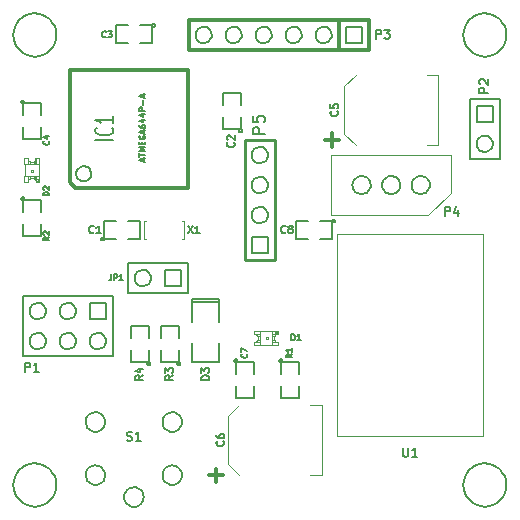
<source format=gto>
G04 (created by PCBNEW-RS274X (2011-nov-30)-testing) date Tue 24 Jan 2012 06:26:41 PM EST*
G01*
G70*
G90*
%MOIN*%
G04 Gerber Fmt 3.4, Leading zero omitted, Abs format*
%FSLAX34Y34*%
G04 APERTURE LIST*
%ADD10C,0.006000*%
%ADD11C,0.003900*%
%ADD12C,0.002600*%
%ADD13C,0.004000*%
%ADD14C,0.002000*%
%ADD15C,0.012000*%
%ADD16C,0.008000*%
%ADD17C,0.005000*%
%ADD18C,0.010000*%
%ADD19C,0.006300*%
%ADD20C,0.007500*%
G04 APERTURE END LIST*
G54D10*
G54D11*
X63075Y-64181D02*
X62681Y-64181D01*
X62681Y-61819D02*
X63075Y-61819D01*
X63075Y-64181D02*
X63075Y-61819D01*
X60319Y-64181D02*
X59925Y-63787D01*
X59925Y-63787D02*
X59925Y-62213D01*
X59925Y-62213D02*
X60319Y-61819D01*
X66950Y-53181D02*
X66556Y-53181D01*
X66556Y-50819D02*
X66950Y-50819D01*
X66950Y-53181D02*
X66950Y-50819D01*
X64194Y-53181D02*
X63800Y-52787D01*
X63800Y-52787D02*
X63800Y-51213D01*
X63800Y-51213D02*
X64194Y-50819D01*
X63387Y-55504D02*
X66615Y-55504D01*
X67363Y-53496D02*
X67363Y-54756D01*
X67363Y-54756D02*
X66615Y-55504D01*
X63387Y-55504D02*
X63387Y-53496D01*
X63387Y-53496D02*
X67363Y-53496D01*
G54D12*
X61396Y-59718D02*
X61396Y-59846D01*
X61396Y-59846D02*
X61593Y-59846D01*
X61593Y-59718D02*
X61593Y-59846D01*
X61396Y-59718D02*
X61593Y-59718D01*
X61396Y-59473D02*
X61396Y-59532D01*
X61396Y-59532D02*
X61495Y-59532D01*
X61495Y-59473D02*
X61495Y-59532D01*
X61396Y-59473D02*
X61495Y-59473D01*
X61396Y-59668D02*
X61396Y-59727D01*
X61396Y-59727D02*
X61495Y-59727D01*
X61495Y-59668D02*
X61495Y-59727D01*
X61396Y-59668D02*
X61495Y-59668D01*
X61396Y-59522D02*
X61396Y-59678D01*
X61396Y-59678D02*
X61465Y-59678D01*
X61465Y-59522D02*
X61465Y-59678D01*
X61396Y-59522D02*
X61465Y-59522D01*
X60807Y-59718D02*
X60807Y-59846D01*
X60807Y-59846D02*
X61004Y-59846D01*
X61004Y-59718D02*
X61004Y-59846D01*
X60807Y-59718D02*
X61004Y-59718D01*
X60807Y-59354D02*
X60807Y-59482D01*
X60807Y-59482D02*
X61004Y-59482D01*
X61004Y-59354D02*
X61004Y-59482D01*
X60807Y-59354D02*
X61004Y-59354D01*
X60905Y-59668D02*
X60905Y-59727D01*
X60905Y-59727D02*
X61004Y-59727D01*
X61004Y-59668D02*
X61004Y-59727D01*
X60905Y-59668D02*
X61004Y-59668D01*
X60905Y-59473D02*
X60905Y-59532D01*
X60905Y-59532D02*
X61004Y-59532D01*
X61004Y-59473D02*
X61004Y-59532D01*
X60905Y-59473D02*
X61004Y-59473D01*
X60935Y-59522D02*
X60935Y-59678D01*
X60935Y-59678D02*
X61004Y-59678D01*
X61004Y-59522D02*
X61004Y-59678D01*
X60935Y-59522D02*
X61004Y-59522D01*
X61200Y-59561D02*
X61200Y-59639D01*
X61200Y-59639D02*
X61278Y-59639D01*
X61278Y-59561D02*
X61278Y-59639D01*
X61200Y-59561D02*
X61278Y-59561D01*
X61396Y-59364D02*
X61396Y-59482D01*
X61396Y-59482D02*
X61514Y-59482D01*
X61514Y-59364D02*
X61514Y-59482D01*
X61396Y-59364D02*
X61514Y-59364D01*
X61564Y-59354D02*
X61564Y-59443D01*
X61564Y-59443D02*
X61593Y-59443D01*
X61593Y-59354D02*
X61593Y-59443D01*
X61564Y-59354D02*
X61593Y-59354D01*
G54D13*
X61406Y-59826D02*
X60994Y-59826D01*
X61004Y-59374D02*
X61564Y-59374D01*
G54D14*
X61562Y-59423D02*
X61561Y-59428D01*
X61559Y-59433D01*
X61557Y-59438D01*
X61553Y-59442D01*
X61549Y-59446D01*
X61544Y-59448D01*
X61539Y-59450D01*
X61534Y-59450D01*
X61529Y-59450D01*
X61524Y-59448D01*
X61519Y-59446D01*
X61515Y-59443D01*
X61511Y-59438D01*
X61509Y-59434D01*
X61507Y-59428D01*
X61507Y-59423D01*
X61507Y-59418D01*
X61508Y-59413D01*
X61511Y-59408D01*
X61514Y-59404D01*
X61519Y-59401D01*
X61523Y-59398D01*
X61528Y-59396D01*
X61534Y-59396D01*
X61538Y-59396D01*
X61544Y-59397D01*
X61549Y-59400D01*
X61553Y-59403D01*
X61556Y-59407D01*
X61559Y-59412D01*
X61561Y-59417D01*
X61561Y-59423D01*
X61562Y-59423D01*
G54D13*
X61593Y-59463D02*
X61582Y-59464D01*
X61570Y-59466D01*
X61558Y-59468D01*
X61547Y-59472D01*
X61536Y-59476D01*
X61525Y-59482D01*
X61515Y-59488D01*
X61505Y-59496D01*
X61497Y-59504D01*
X61489Y-59512D01*
X61481Y-59522D01*
X61475Y-59532D01*
X61469Y-59543D01*
X61465Y-59554D01*
X61461Y-59565D01*
X61459Y-59577D01*
X61457Y-59589D01*
X61456Y-59600D01*
X61457Y-59611D01*
X61459Y-59623D01*
X61461Y-59635D01*
X61465Y-59646D01*
X61469Y-59657D01*
X61475Y-59668D01*
X61481Y-59678D01*
X61489Y-59688D01*
X61497Y-59696D01*
X61505Y-59704D01*
X61515Y-59712D01*
X61525Y-59718D01*
X61536Y-59724D01*
X61547Y-59728D01*
X61558Y-59732D01*
X61570Y-59734D01*
X61582Y-59736D01*
X61593Y-59737D01*
X60807Y-59737D02*
X60818Y-59736D01*
X60830Y-59734D01*
X60842Y-59732D01*
X60853Y-59728D01*
X60864Y-59724D01*
X60875Y-59718D01*
X60885Y-59712D01*
X60895Y-59704D01*
X60903Y-59696D01*
X60911Y-59688D01*
X60919Y-59678D01*
X60925Y-59668D01*
X60931Y-59657D01*
X60935Y-59646D01*
X60939Y-59635D01*
X60941Y-59623D01*
X60943Y-59611D01*
X60944Y-59600D01*
X60943Y-59589D01*
X60941Y-59577D01*
X60939Y-59565D01*
X60935Y-59554D01*
X60931Y-59543D01*
X60925Y-59532D01*
X60919Y-59522D01*
X60911Y-59512D01*
X60903Y-59504D01*
X60895Y-59496D01*
X60885Y-59488D01*
X60875Y-59482D01*
X60864Y-59476D01*
X60853Y-59472D01*
X60842Y-59468D01*
X60830Y-59466D01*
X60818Y-59464D01*
X60807Y-59463D01*
G54D12*
X53282Y-54196D02*
X53154Y-54196D01*
X53154Y-54196D02*
X53154Y-54393D01*
X53282Y-54393D02*
X53154Y-54393D01*
X53282Y-54196D02*
X53282Y-54393D01*
X53527Y-54196D02*
X53468Y-54196D01*
X53468Y-54196D02*
X53468Y-54295D01*
X53527Y-54295D02*
X53468Y-54295D01*
X53527Y-54196D02*
X53527Y-54295D01*
X53332Y-54196D02*
X53273Y-54196D01*
X53273Y-54196D02*
X53273Y-54295D01*
X53332Y-54295D02*
X53273Y-54295D01*
X53332Y-54196D02*
X53332Y-54295D01*
X53478Y-54196D02*
X53322Y-54196D01*
X53322Y-54196D02*
X53322Y-54265D01*
X53478Y-54265D02*
X53322Y-54265D01*
X53478Y-54196D02*
X53478Y-54265D01*
X53282Y-53607D02*
X53154Y-53607D01*
X53154Y-53607D02*
X53154Y-53804D01*
X53282Y-53804D02*
X53154Y-53804D01*
X53282Y-53607D02*
X53282Y-53804D01*
X53646Y-53607D02*
X53518Y-53607D01*
X53518Y-53607D02*
X53518Y-53804D01*
X53646Y-53804D02*
X53518Y-53804D01*
X53646Y-53607D02*
X53646Y-53804D01*
X53332Y-53705D02*
X53273Y-53705D01*
X53273Y-53705D02*
X53273Y-53804D01*
X53332Y-53804D02*
X53273Y-53804D01*
X53332Y-53705D02*
X53332Y-53804D01*
X53527Y-53705D02*
X53468Y-53705D01*
X53468Y-53705D02*
X53468Y-53804D01*
X53527Y-53804D02*
X53468Y-53804D01*
X53527Y-53705D02*
X53527Y-53804D01*
X53478Y-53735D02*
X53322Y-53735D01*
X53322Y-53735D02*
X53322Y-53804D01*
X53478Y-53804D02*
X53322Y-53804D01*
X53478Y-53735D02*
X53478Y-53804D01*
X53439Y-54000D02*
X53361Y-54000D01*
X53361Y-54000D02*
X53361Y-54078D01*
X53439Y-54078D02*
X53361Y-54078D01*
X53439Y-54000D02*
X53439Y-54078D01*
X53636Y-54196D02*
X53518Y-54196D01*
X53518Y-54196D02*
X53518Y-54314D01*
X53636Y-54314D02*
X53518Y-54314D01*
X53636Y-54196D02*
X53636Y-54314D01*
X53646Y-54364D02*
X53557Y-54364D01*
X53557Y-54364D02*
X53557Y-54393D01*
X53646Y-54393D02*
X53557Y-54393D01*
X53646Y-54364D02*
X53646Y-54393D01*
G54D13*
X53174Y-54206D02*
X53174Y-53794D01*
X53626Y-53804D02*
X53626Y-54364D01*
G54D14*
X53605Y-54334D02*
X53604Y-54339D01*
X53602Y-54344D01*
X53600Y-54349D01*
X53596Y-54353D01*
X53592Y-54357D01*
X53587Y-54359D01*
X53582Y-54361D01*
X53577Y-54361D01*
X53572Y-54361D01*
X53567Y-54359D01*
X53562Y-54357D01*
X53558Y-54354D01*
X53554Y-54349D01*
X53552Y-54345D01*
X53550Y-54339D01*
X53550Y-54334D01*
X53550Y-54329D01*
X53551Y-54324D01*
X53554Y-54319D01*
X53557Y-54315D01*
X53562Y-54312D01*
X53566Y-54309D01*
X53571Y-54307D01*
X53577Y-54307D01*
X53581Y-54307D01*
X53587Y-54308D01*
X53592Y-54311D01*
X53596Y-54314D01*
X53599Y-54318D01*
X53602Y-54323D01*
X53604Y-54328D01*
X53604Y-54334D01*
X53605Y-54334D01*
G54D13*
X53537Y-54393D02*
X53536Y-54382D01*
X53534Y-54370D01*
X53532Y-54358D01*
X53528Y-54347D01*
X53524Y-54336D01*
X53518Y-54325D01*
X53512Y-54315D01*
X53504Y-54305D01*
X53496Y-54297D01*
X53488Y-54289D01*
X53478Y-54281D01*
X53468Y-54275D01*
X53457Y-54269D01*
X53446Y-54265D01*
X53435Y-54261D01*
X53423Y-54259D01*
X53411Y-54257D01*
X53400Y-54256D01*
X53389Y-54257D01*
X53377Y-54259D01*
X53365Y-54261D01*
X53354Y-54265D01*
X53343Y-54269D01*
X53332Y-54275D01*
X53322Y-54281D01*
X53312Y-54289D01*
X53304Y-54297D01*
X53296Y-54305D01*
X53288Y-54315D01*
X53282Y-54325D01*
X53276Y-54336D01*
X53272Y-54347D01*
X53268Y-54358D01*
X53266Y-54370D01*
X53264Y-54382D01*
X53263Y-54393D01*
X53263Y-53607D02*
X53264Y-53618D01*
X53266Y-53630D01*
X53268Y-53642D01*
X53272Y-53653D01*
X53276Y-53664D01*
X53282Y-53675D01*
X53288Y-53685D01*
X53296Y-53695D01*
X53304Y-53703D01*
X53312Y-53711D01*
X53322Y-53719D01*
X53332Y-53725D01*
X53343Y-53731D01*
X53354Y-53735D01*
X53365Y-53739D01*
X53377Y-53741D01*
X53389Y-53743D01*
X53400Y-53744D01*
X53411Y-53743D01*
X53423Y-53741D01*
X53435Y-53739D01*
X53446Y-53735D01*
X53457Y-53731D01*
X53468Y-53725D01*
X53478Y-53719D01*
X53488Y-53711D01*
X53496Y-53703D01*
X53504Y-53695D01*
X53512Y-53685D01*
X53518Y-53675D01*
X53524Y-53664D01*
X53528Y-53653D01*
X53532Y-53642D01*
X53534Y-53630D01*
X53536Y-53618D01*
X53537Y-53607D01*
G54D15*
X64625Y-49000D02*
X64625Y-50000D01*
X64625Y-50000D02*
X58625Y-50000D01*
X58625Y-50000D02*
X58625Y-49000D01*
X58625Y-49000D02*
X64625Y-49000D01*
X63625Y-49000D02*
X63625Y-50000D01*
G54D10*
X68000Y-51625D02*
X69000Y-51625D01*
X69000Y-51625D02*
X69000Y-53625D01*
X69000Y-53625D02*
X68000Y-53625D01*
X68000Y-53625D02*
X68000Y-51625D01*
X58600Y-57100D02*
X58600Y-58100D01*
X58600Y-58100D02*
X56600Y-58100D01*
X56600Y-58100D02*
X56600Y-57100D01*
X56600Y-57100D02*
X58600Y-57100D01*
G54D16*
X53100Y-58200D02*
X56100Y-58200D01*
X56100Y-60200D02*
X53100Y-60200D01*
X53100Y-60200D02*
X53100Y-58200D01*
X56100Y-58200D02*
X56100Y-60200D01*
G54D17*
X61750Y-60350D02*
X61749Y-60359D01*
X61746Y-60369D01*
X61741Y-60377D01*
X61735Y-60385D01*
X61727Y-60391D01*
X61719Y-60396D01*
X61710Y-60398D01*
X61700Y-60399D01*
X61691Y-60399D01*
X61682Y-60396D01*
X61673Y-60391D01*
X61666Y-60385D01*
X61659Y-60378D01*
X61655Y-60369D01*
X61652Y-60360D01*
X61651Y-60350D01*
X61651Y-60341D01*
X61654Y-60332D01*
X61658Y-60323D01*
X61665Y-60316D01*
X61672Y-60309D01*
X61680Y-60305D01*
X61690Y-60302D01*
X61699Y-60301D01*
X61708Y-60301D01*
X61718Y-60304D01*
X61726Y-60308D01*
X61734Y-60314D01*
X61740Y-60322D01*
X61745Y-60330D01*
X61748Y-60339D01*
X61749Y-60349D01*
X61750Y-60350D01*
X61700Y-60800D02*
X61700Y-60400D01*
X61700Y-60400D02*
X62300Y-60400D01*
X62300Y-60400D02*
X62300Y-60800D01*
X62300Y-61200D02*
X62300Y-61600D01*
X62300Y-61600D02*
X61700Y-61600D01*
X61700Y-61600D02*
X61700Y-61200D01*
X53150Y-54950D02*
X53149Y-54959D01*
X53146Y-54969D01*
X53141Y-54977D01*
X53135Y-54985D01*
X53127Y-54991D01*
X53119Y-54996D01*
X53110Y-54998D01*
X53100Y-54999D01*
X53091Y-54999D01*
X53082Y-54996D01*
X53073Y-54991D01*
X53066Y-54985D01*
X53059Y-54978D01*
X53055Y-54969D01*
X53052Y-54960D01*
X53051Y-54950D01*
X53051Y-54941D01*
X53054Y-54932D01*
X53058Y-54923D01*
X53065Y-54916D01*
X53072Y-54909D01*
X53080Y-54905D01*
X53090Y-54902D01*
X53099Y-54901D01*
X53108Y-54901D01*
X53118Y-54904D01*
X53126Y-54908D01*
X53134Y-54914D01*
X53140Y-54922D01*
X53145Y-54930D01*
X53148Y-54939D01*
X53149Y-54949D01*
X53150Y-54950D01*
X53100Y-55400D02*
X53100Y-55000D01*
X53100Y-55000D02*
X53700Y-55000D01*
X53700Y-55000D02*
X53700Y-55400D01*
X53700Y-55800D02*
X53700Y-56200D01*
X53700Y-56200D02*
X53100Y-56200D01*
X53100Y-56200D02*
X53100Y-55800D01*
X55800Y-56300D02*
X55799Y-56309D01*
X55796Y-56319D01*
X55791Y-56327D01*
X55785Y-56335D01*
X55777Y-56341D01*
X55769Y-56346D01*
X55760Y-56348D01*
X55750Y-56349D01*
X55741Y-56349D01*
X55732Y-56346D01*
X55723Y-56341D01*
X55716Y-56335D01*
X55709Y-56328D01*
X55705Y-56319D01*
X55702Y-56310D01*
X55701Y-56300D01*
X55701Y-56291D01*
X55704Y-56282D01*
X55708Y-56273D01*
X55715Y-56266D01*
X55722Y-56259D01*
X55730Y-56255D01*
X55740Y-56252D01*
X55749Y-56251D01*
X55758Y-56251D01*
X55768Y-56254D01*
X55776Y-56258D01*
X55784Y-56264D01*
X55790Y-56272D01*
X55795Y-56280D01*
X55798Y-56289D01*
X55799Y-56299D01*
X55800Y-56300D01*
X56200Y-56300D02*
X55800Y-56300D01*
X55800Y-56300D02*
X55800Y-55700D01*
X55800Y-55700D02*
X56200Y-55700D01*
X56600Y-55700D02*
X57000Y-55700D01*
X57000Y-55700D02*
X57000Y-56300D01*
X57000Y-56300D02*
X56600Y-56300D01*
X58350Y-60450D02*
X58349Y-60459D01*
X58346Y-60469D01*
X58341Y-60477D01*
X58335Y-60485D01*
X58327Y-60491D01*
X58319Y-60496D01*
X58310Y-60498D01*
X58300Y-60499D01*
X58291Y-60499D01*
X58282Y-60496D01*
X58273Y-60491D01*
X58266Y-60485D01*
X58259Y-60478D01*
X58255Y-60469D01*
X58252Y-60460D01*
X58251Y-60450D01*
X58251Y-60441D01*
X58254Y-60432D01*
X58258Y-60423D01*
X58265Y-60416D01*
X58272Y-60409D01*
X58280Y-60405D01*
X58290Y-60402D01*
X58299Y-60401D01*
X58308Y-60401D01*
X58318Y-60404D01*
X58326Y-60408D01*
X58334Y-60414D01*
X58340Y-60422D01*
X58345Y-60430D01*
X58348Y-60439D01*
X58349Y-60449D01*
X58350Y-60450D01*
X58300Y-60000D02*
X58300Y-60400D01*
X58300Y-60400D02*
X57700Y-60400D01*
X57700Y-60400D02*
X57700Y-60000D01*
X57700Y-59600D02*
X57700Y-59200D01*
X57700Y-59200D02*
X58300Y-59200D01*
X58300Y-59200D02*
X58300Y-59600D01*
X57350Y-60450D02*
X57349Y-60459D01*
X57346Y-60469D01*
X57341Y-60477D01*
X57335Y-60485D01*
X57327Y-60491D01*
X57319Y-60496D01*
X57310Y-60498D01*
X57300Y-60499D01*
X57291Y-60499D01*
X57282Y-60496D01*
X57273Y-60491D01*
X57266Y-60485D01*
X57259Y-60478D01*
X57255Y-60469D01*
X57252Y-60460D01*
X57251Y-60450D01*
X57251Y-60441D01*
X57254Y-60432D01*
X57258Y-60423D01*
X57265Y-60416D01*
X57272Y-60409D01*
X57280Y-60405D01*
X57290Y-60402D01*
X57299Y-60401D01*
X57308Y-60401D01*
X57318Y-60404D01*
X57326Y-60408D01*
X57334Y-60414D01*
X57340Y-60422D01*
X57345Y-60430D01*
X57348Y-60439D01*
X57349Y-60449D01*
X57350Y-60450D01*
X57300Y-60000D02*
X57300Y-60400D01*
X57300Y-60400D02*
X56700Y-60400D01*
X56700Y-60400D02*
X56700Y-60000D01*
X56700Y-59600D02*
X56700Y-59200D01*
X56700Y-59200D02*
X57300Y-59200D01*
X57300Y-59200D02*
X57300Y-59600D01*
X63500Y-55700D02*
X63499Y-55709D01*
X63496Y-55719D01*
X63491Y-55727D01*
X63485Y-55735D01*
X63477Y-55741D01*
X63469Y-55746D01*
X63460Y-55748D01*
X63450Y-55749D01*
X63441Y-55749D01*
X63432Y-55746D01*
X63423Y-55741D01*
X63416Y-55735D01*
X63409Y-55728D01*
X63405Y-55719D01*
X63402Y-55710D01*
X63401Y-55700D01*
X63401Y-55691D01*
X63404Y-55682D01*
X63408Y-55673D01*
X63415Y-55666D01*
X63422Y-55659D01*
X63430Y-55655D01*
X63440Y-55652D01*
X63449Y-55651D01*
X63458Y-55651D01*
X63468Y-55654D01*
X63476Y-55658D01*
X63484Y-55664D01*
X63490Y-55672D01*
X63495Y-55680D01*
X63498Y-55689D01*
X63499Y-55699D01*
X63500Y-55700D01*
X63000Y-55700D02*
X63400Y-55700D01*
X63400Y-55700D02*
X63400Y-56300D01*
X63400Y-56300D02*
X63000Y-56300D01*
X62600Y-56300D02*
X62200Y-56300D01*
X62200Y-56300D02*
X62200Y-55700D01*
X62200Y-55700D02*
X62600Y-55700D01*
X60250Y-60350D02*
X60249Y-60359D01*
X60246Y-60369D01*
X60241Y-60377D01*
X60235Y-60385D01*
X60227Y-60391D01*
X60219Y-60396D01*
X60210Y-60398D01*
X60200Y-60399D01*
X60191Y-60399D01*
X60182Y-60396D01*
X60173Y-60391D01*
X60166Y-60385D01*
X60159Y-60378D01*
X60155Y-60369D01*
X60152Y-60360D01*
X60151Y-60350D01*
X60151Y-60341D01*
X60154Y-60332D01*
X60158Y-60323D01*
X60165Y-60316D01*
X60172Y-60309D01*
X60180Y-60305D01*
X60190Y-60302D01*
X60199Y-60301D01*
X60208Y-60301D01*
X60218Y-60304D01*
X60226Y-60308D01*
X60234Y-60314D01*
X60240Y-60322D01*
X60245Y-60330D01*
X60248Y-60339D01*
X60249Y-60349D01*
X60250Y-60350D01*
X60200Y-60800D02*
X60200Y-60400D01*
X60200Y-60400D02*
X60800Y-60400D01*
X60800Y-60400D02*
X60800Y-60800D01*
X60800Y-61200D02*
X60800Y-61600D01*
X60800Y-61600D02*
X60200Y-61600D01*
X60200Y-61600D02*
X60200Y-61200D01*
X53150Y-51730D02*
X53149Y-51739D01*
X53146Y-51749D01*
X53141Y-51757D01*
X53135Y-51765D01*
X53127Y-51771D01*
X53119Y-51776D01*
X53110Y-51778D01*
X53100Y-51779D01*
X53091Y-51779D01*
X53082Y-51776D01*
X53073Y-51771D01*
X53066Y-51765D01*
X53059Y-51758D01*
X53055Y-51749D01*
X53052Y-51740D01*
X53051Y-51730D01*
X53051Y-51721D01*
X53054Y-51712D01*
X53058Y-51703D01*
X53065Y-51696D01*
X53072Y-51689D01*
X53080Y-51685D01*
X53090Y-51682D01*
X53099Y-51681D01*
X53108Y-51681D01*
X53118Y-51684D01*
X53126Y-51688D01*
X53134Y-51694D01*
X53140Y-51702D01*
X53145Y-51710D01*
X53148Y-51719D01*
X53149Y-51729D01*
X53150Y-51730D01*
X53100Y-52180D02*
X53100Y-51780D01*
X53100Y-51780D02*
X53700Y-51780D01*
X53700Y-51780D02*
X53700Y-52180D01*
X53700Y-52580D02*
X53700Y-52980D01*
X53700Y-52980D02*
X53100Y-52980D01*
X53100Y-52980D02*
X53100Y-52580D01*
X57500Y-49180D02*
X57499Y-49189D01*
X57496Y-49199D01*
X57491Y-49207D01*
X57485Y-49215D01*
X57477Y-49221D01*
X57469Y-49226D01*
X57460Y-49228D01*
X57450Y-49229D01*
X57441Y-49229D01*
X57432Y-49226D01*
X57423Y-49221D01*
X57416Y-49215D01*
X57409Y-49208D01*
X57405Y-49199D01*
X57402Y-49190D01*
X57401Y-49180D01*
X57401Y-49171D01*
X57404Y-49162D01*
X57408Y-49153D01*
X57415Y-49146D01*
X57422Y-49139D01*
X57430Y-49135D01*
X57440Y-49132D01*
X57449Y-49131D01*
X57458Y-49131D01*
X57468Y-49134D01*
X57476Y-49138D01*
X57484Y-49144D01*
X57490Y-49152D01*
X57495Y-49160D01*
X57498Y-49169D01*
X57499Y-49179D01*
X57500Y-49180D01*
X57000Y-49180D02*
X57400Y-49180D01*
X57400Y-49180D02*
X57400Y-49780D01*
X57400Y-49780D02*
X57000Y-49780D01*
X56600Y-49780D02*
X56200Y-49780D01*
X56200Y-49780D02*
X56200Y-49180D01*
X56200Y-49180D02*
X56600Y-49180D01*
X60405Y-52689D02*
X60404Y-52698D01*
X60401Y-52708D01*
X60396Y-52716D01*
X60390Y-52724D01*
X60382Y-52730D01*
X60374Y-52735D01*
X60365Y-52737D01*
X60355Y-52738D01*
X60346Y-52738D01*
X60337Y-52735D01*
X60328Y-52730D01*
X60321Y-52724D01*
X60314Y-52717D01*
X60310Y-52708D01*
X60307Y-52699D01*
X60306Y-52689D01*
X60306Y-52680D01*
X60309Y-52671D01*
X60313Y-52662D01*
X60320Y-52655D01*
X60327Y-52648D01*
X60335Y-52644D01*
X60345Y-52641D01*
X60354Y-52640D01*
X60363Y-52640D01*
X60373Y-52643D01*
X60381Y-52647D01*
X60389Y-52653D01*
X60395Y-52661D01*
X60400Y-52669D01*
X60403Y-52678D01*
X60404Y-52688D01*
X60405Y-52689D01*
X60355Y-52239D02*
X60355Y-52639D01*
X60355Y-52639D02*
X59755Y-52639D01*
X59755Y-52639D02*
X59755Y-52239D01*
X59755Y-51839D02*
X59755Y-51439D01*
X59755Y-51439D02*
X60355Y-51439D01*
X60355Y-51439D02*
X60355Y-51839D01*
X59650Y-58400D02*
X59650Y-58300D01*
X59650Y-58300D02*
X58750Y-58300D01*
X58750Y-58300D02*
X58750Y-58400D01*
X59650Y-58400D02*
X58750Y-58400D01*
X58750Y-58400D02*
X58750Y-59050D01*
X59650Y-59750D02*
X59650Y-60400D01*
X59650Y-60400D02*
X58750Y-60400D01*
X58750Y-60400D02*
X58750Y-59750D01*
X59650Y-59050D02*
X59650Y-58400D01*
G54D11*
X68441Y-62866D02*
X68441Y-56134D01*
X68441Y-56134D02*
X63559Y-56134D01*
X63559Y-56134D02*
X63559Y-62866D01*
X63559Y-62866D02*
X68441Y-62866D01*
G54D15*
X54655Y-50655D02*
X58595Y-50655D01*
X58595Y-50655D02*
X58595Y-54595D01*
X54845Y-54595D02*
X58595Y-54595D01*
X54655Y-54405D02*
X54655Y-50655D01*
X54845Y-54595D02*
X54655Y-54405D01*
G54D16*
X55375Y-54125D02*
X55370Y-54173D01*
X55356Y-54220D01*
X55333Y-54263D01*
X55302Y-54301D01*
X55264Y-54332D01*
X55221Y-54355D01*
X55175Y-54369D01*
X55126Y-54374D01*
X55079Y-54370D01*
X55032Y-54356D01*
X54989Y-54334D01*
X54951Y-54303D01*
X54919Y-54266D01*
X54896Y-54223D01*
X54881Y-54176D01*
X54876Y-54128D01*
X54880Y-54080D01*
X54893Y-54033D01*
X54915Y-53990D01*
X54946Y-53952D01*
X54983Y-53920D01*
X55025Y-53896D01*
X55072Y-53881D01*
X55120Y-53876D01*
X55168Y-53879D01*
X55215Y-53892D01*
X55258Y-53914D01*
X55297Y-53944D01*
X55329Y-53981D01*
X55353Y-54024D01*
X55368Y-54070D01*
X55374Y-54119D01*
X55375Y-54125D01*
G54D18*
X61500Y-53000D02*
X61500Y-57000D01*
X60500Y-53000D02*
X60500Y-57000D01*
X60500Y-57000D02*
X61500Y-57000D01*
X61500Y-53000D02*
X60500Y-53000D01*
G54D11*
X58391Y-56295D02*
X58469Y-56295D01*
X58391Y-55705D02*
X58469Y-55705D01*
X57209Y-55705D02*
X57131Y-55705D01*
X57209Y-56295D02*
X57131Y-56295D01*
X58469Y-55705D02*
X58469Y-56295D01*
X57131Y-56295D02*
X57131Y-55705D01*
G54D10*
X66663Y-54500D02*
X66657Y-54559D01*
X66640Y-54615D01*
X66612Y-54668D01*
X66574Y-54714D01*
X66528Y-54752D01*
X66476Y-54780D01*
X66420Y-54797D01*
X66361Y-54803D01*
X66303Y-54798D01*
X66246Y-54781D01*
X66193Y-54754D01*
X66147Y-54717D01*
X66109Y-54671D01*
X66080Y-54619D01*
X66062Y-54563D01*
X66056Y-54504D01*
X66060Y-54446D01*
X66077Y-54389D01*
X66104Y-54336D01*
X66141Y-54289D01*
X66186Y-54251D01*
X66238Y-54222D01*
X66294Y-54204D01*
X66353Y-54197D01*
X66411Y-54201D01*
X66468Y-54217D01*
X66521Y-54244D01*
X66568Y-54280D01*
X66607Y-54325D01*
X66636Y-54377D01*
X66655Y-54433D01*
X66662Y-54492D01*
X66663Y-54500D01*
X65679Y-54500D02*
X65673Y-54559D01*
X65656Y-54615D01*
X65628Y-54668D01*
X65590Y-54714D01*
X65544Y-54752D01*
X65492Y-54780D01*
X65436Y-54797D01*
X65377Y-54803D01*
X65319Y-54798D01*
X65262Y-54781D01*
X65209Y-54754D01*
X65163Y-54717D01*
X65125Y-54671D01*
X65096Y-54619D01*
X65078Y-54563D01*
X65072Y-54504D01*
X65076Y-54446D01*
X65093Y-54389D01*
X65120Y-54336D01*
X65157Y-54289D01*
X65202Y-54251D01*
X65254Y-54222D01*
X65310Y-54204D01*
X65369Y-54197D01*
X65427Y-54201D01*
X65484Y-54217D01*
X65537Y-54244D01*
X65584Y-54280D01*
X65623Y-54325D01*
X65652Y-54377D01*
X65671Y-54433D01*
X65678Y-54492D01*
X65679Y-54500D01*
X64695Y-54500D02*
X64689Y-54559D01*
X64672Y-54615D01*
X64644Y-54668D01*
X64606Y-54714D01*
X64560Y-54752D01*
X64508Y-54780D01*
X64452Y-54797D01*
X64393Y-54803D01*
X64335Y-54798D01*
X64278Y-54781D01*
X64225Y-54754D01*
X64179Y-54717D01*
X64141Y-54671D01*
X64112Y-54619D01*
X64094Y-54563D01*
X64088Y-54504D01*
X64092Y-54446D01*
X64109Y-54389D01*
X64136Y-54336D01*
X64173Y-54289D01*
X64218Y-54251D01*
X64270Y-54222D01*
X64326Y-54204D01*
X64385Y-54197D01*
X64443Y-54201D01*
X64500Y-54217D01*
X64553Y-54244D01*
X64600Y-54280D01*
X64639Y-54325D01*
X64668Y-54377D01*
X64687Y-54433D01*
X64694Y-54492D01*
X64695Y-54500D01*
X63855Y-49230D02*
X63855Y-49770D01*
X64395Y-49770D01*
X64395Y-49230D01*
X63855Y-49230D01*
X63395Y-49500D02*
X63389Y-49552D01*
X63374Y-49602D01*
X63349Y-49649D01*
X63316Y-49690D01*
X63275Y-49723D01*
X63229Y-49748D01*
X63179Y-49764D01*
X63126Y-49769D01*
X63075Y-49765D01*
X63024Y-49750D01*
X62978Y-49725D01*
X62937Y-49692D01*
X62903Y-49652D01*
X62877Y-49606D01*
X62861Y-49556D01*
X62856Y-49503D01*
X62860Y-49452D01*
X62874Y-49401D01*
X62899Y-49354D01*
X62931Y-49313D01*
X62971Y-49279D01*
X63017Y-49253D01*
X63068Y-49237D01*
X63120Y-49231D01*
X63171Y-49235D01*
X63222Y-49249D01*
X63269Y-49273D01*
X63311Y-49305D01*
X63345Y-49345D01*
X63371Y-49391D01*
X63388Y-49441D01*
X63394Y-49493D01*
X63395Y-49500D01*
X62395Y-49500D02*
X62389Y-49552D01*
X62374Y-49602D01*
X62349Y-49649D01*
X62316Y-49690D01*
X62275Y-49723D01*
X62229Y-49748D01*
X62179Y-49764D01*
X62126Y-49769D01*
X62075Y-49765D01*
X62024Y-49750D01*
X61978Y-49725D01*
X61937Y-49692D01*
X61903Y-49652D01*
X61877Y-49606D01*
X61861Y-49556D01*
X61856Y-49503D01*
X61860Y-49452D01*
X61874Y-49401D01*
X61899Y-49354D01*
X61931Y-49313D01*
X61971Y-49279D01*
X62017Y-49253D01*
X62068Y-49237D01*
X62120Y-49231D01*
X62171Y-49235D01*
X62222Y-49249D01*
X62269Y-49273D01*
X62311Y-49305D01*
X62345Y-49345D01*
X62371Y-49391D01*
X62388Y-49441D01*
X62394Y-49493D01*
X62395Y-49500D01*
X61395Y-49500D02*
X61389Y-49552D01*
X61374Y-49602D01*
X61349Y-49649D01*
X61316Y-49690D01*
X61275Y-49723D01*
X61229Y-49748D01*
X61179Y-49764D01*
X61126Y-49769D01*
X61075Y-49765D01*
X61024Y-49750D01*
X60978Y-49725D01*
X60937Y-49692D01*
X60903Y-49652D01*
X60877Y-49606D01*
X60861Y-49556D01*
X60856Y-49503D01*
X60860Y-49452D01*
X60874Y-49401D01*
X60899Y-49354D01*
X60931Y-49313D01*
X60971Y-49279D01*
X61017Y-49253D01*
X61068Y-49237D01*
X61120Y-49231D01*
X61171Y-49235D01*
X61222Y-49249D01*
X61269Y-49273D01*
X61311Y-49305D01*
X61345Y-49345D01*
X61371Y-49391D01*
X61388Y-49441D01*
X61394Y-49493D01*
X61395Y-49500D01*
X60395Y-49500D02*
X60389Y-49552D01*
X60374Y-49602D01*
X60349Y-49649D01*
X60316Y-49690D01*
X60275Y-49723D01*
X60229Y-49748D01*
X60179Y-49764D01*
X60126Y-49769D01*
X60075Y-49765D01*
X60024Y-49750D01*
X59978Y-49725D01*
X59937Y-49692D01*
X59903Y-49652D01*
X59877Y-49606D01*
X59861Y-49556D01*
X59856Y-49503D01*
X59860Y-49452D01*
X59874Y-49401D01*
X59899Y-49354D01*
X59931Y-49313D01*
X59971Y-49279D01*
X60017Y-49253D01*
X60068Y-49237D01*
X60120Y-49231D01*
X60171Y-49235D01*
X60222Y-49249D01*
X60269Y-49273D01*
X60311Y-49305D01*
X60345Y-49345D01*
X60371Y-49391D01*
X60388Y-49441D01*
X60394Y-49493D01*
X60395Y-49500D01*
X59395Y-49500D02*
X59389Y-49552D01*
X59374Y-49602D01*
X59349Y-49649D01*
X59316Y-49690D01*
X59275Y-49723D01*
X59229Y-49748D01*
X59179Y-49764D01*
X59126Y-49769D01*
X59075Y-49765D01*
X59024Y-49750D01*
X58978Y-49725D01*
X58937Y-49692D01*
X58903Y-49652D01*
X58877Y-49606D01*
X58861Y-49556D01*
X58856Y-49503D01*
X58860Y-49452D01*
X58874Y-49401D01*
X58899Y-49354D01*
X58931Y-49313D01*
X58971Y-49279D01*
X59017Y-49253D01*
X59068Y-49237D01*
X59120Y-49231D01*
X59171Y-49235D01*
X59222Y-49249D01*
X59269Y-49273D01*
X59311Y-49305D01*
X59345Y-49345D01*
X59371Y-49391D01*
X59388Y-49441D01*
X59394Y-49493D01*
X59395Y-49500D01*
X68230Y-51855D02*
X68230Y-52395D01*
X68770Y-52395D01*
X68770Y-51855D01*
X68230Y-51855D01*
X68770Y-53125D02*
X68764Y-53177D01*
X68749Y-53227D01*
X68724Y-53274D01*
X68691Y-53315D01*
X68650Y-53348D01*
X68604Y-53373D01*
X68554Y-53389D01*
X68501Y-53394D01*
X68450Y-53390D01*
X68399Y-53375D01*
X68353Y-53350D01*
X68312Y-53317D01*
X68278Y-53277D01*
X68252Y-53231D01*
X68236Y-53181D01*
X68231Y-53128D01*
X68235Y-53077D01*
X68249Y-53026D01*
X68274Y-52979D01*
X68306Y-52938D01*
X68346Y-52904D01*
X68392Y-52878D01*
X68443Y-52862D01*
X68495Y-52856D01*
X68546Y-52860D01*
X68597Y-52874D01*
X68644Y-52898D01*
X68686Y-52930D01*
X68720Y-52970D01*
X68746Y-53016D01*
X68763Y-53066D01*
X68769Y-53118D01*
X68770Y-53125D01*
X57830Y-57330D02*
X57830Y-57870D01*
X58370Y-57870D01*
X58370Y-57330D01*
X57830Y-57330D01*
X57370Y-57600D02*
X57364Y-57652D01*
X57349Y-57702D01*
X57324Y-57749D01*
X57291Y-57790D01*
X57250Y-57823D01*
X57204Y-57848D01*
X57154Y-57864D01*
X57101Y-57869D01*
X57050Y-57865D01*
X56999Y-57850D01*
X56953Y-57825D01*
X56912Y-57792D01*
X56878Y-57752D01*
X56852Y-57706D01*
X56836Y-57656D01*
X56831Y-57603D01*
X56835Y-57552D01*
X56849Y-57501D01*
X56874Y-57454D01*
X56906Y-57413D01*
X56946Y-57379D01*
X56992Y-57353D01*
X57043Y-57337D01*
X57095Y-57331D01*
X57146Y-57335D01*
X57197Y-57349D01*
X57244Y-57373D01*
X57286Y-57405D01*
X57320Y-57445D01*
X57346Y-57491D01*
X57363Y-57541D01*
X57369Y-57593D01*
X57370Y-57600D01*
X55330Y-58430D02*
X55330Y-58970D01*
X55870Y-58970D01*
X55870Y-58430D01*
X55330Y-58430D01*
X55870Y-59700D02*
X55864Y-59752D01*
X55849Y-59802D01*
X55824Y-59849D01*
X55791Y-59890D01*
X55750Y-59923D01*
X55704Y-59948D01*
X55654Y-59964D01*
X55601Y-59969D01*
X55550Y-59965D01*
X55499Y-59950D01*
X55453Y-59925D01*
X55412Y-59892D01*
X55378Y-59852D01*
X55352Y-59806D01*
X55336Y-59756D01*
X55331Y-59703D01*
X55335Y-59652D01*
X55349Y-59601D01*
X55374Y-59554D01*
X55406Y-59513D01*
X55446Y-59479D01*
X55492Y-59453D01*
X55543Y-59437D01*
X55595Y-59431D01*
X55646Y-59435D01*
X55697Y-59449D01*
X55744Y-59473D01*
X55786Y-59505D01*
X55820Y-59545D01*
X55846Y-59591D01*
X55863Y-59641D01*
X55869Y-59693D01*
X55870Y-59700D01*
X54870Y-58700D02*
X54864Y-58752D01*
X54849Y-58802D01*
X54824Y-58849D01*
X54791Y-58890D01*
X54750Y-58923D01*
X54704Y-58948D01*
X54654Y-58964D01*
X54601Y-58969D01*
X54550Y-58965D01*
X54499Y-58950D01*
X54453Y-58925D01*
X54412Y-58892D01*
X54378Y-58852D01*
X54352Y-58806D01*
X54336Y-58756D01*
X54331Y-58703D01*
X54335Y-58652D01*
X54349Y-58601D01*
X54374Y-58554D01*
X54406Y-58513D01*
X54446Y-58479D01*
X54492Y-58453D01*
X54543Y-58437D01*
X54595Y-58431D01*
X54646Y-58435D01*
X54697Y-58449D01*
X54744Y-58473D01*
X54786Y-58505D01*
X54820Y-58545D01*
X54846Y-58591D01*
X54863Y-58641D01*
X54869Y-58693D01*
X54870Y-58700D01*
X54870Y-59700D02*
X54864Y-59752D01*
X54849Y-59802D01*
X54824Y-59849D01*
X54791Y-59890D01*
X54750Y-59923D01*
X54704Y-59948D01*
X54654Y-59964D01*
X54601Y-59969D01*
X54550Y-59965D01*
X54499Y-59950D01*
X54453Y-59925D01*
X54412Y-59892D01*
X54378Y-59852D01*
X54352Y-59806D01*
X54336Y-59756D01*
X54331Y-59703D01*
X54335Y-59652D01*
X54349Y-59601D01*
X54374Y-59554D01*
X54406Y-59513D01*
X54446Y-59479D01*
X54492Y-59453D01*
X54543Y-59437D01*
X54595Y-59431D01*
X54646Y-59435D01*
X54697Y-59449D01*
X54744Y-59473D01*
X54786Y-59505D01*
X54820Y-59545D01*
X54846Y-59591D01*
X54863Y-59641D01*
X54869Y-59693D01*
X54870Y-59700D01*
X53870Y-58700D02*
X53864Y-58752D01*
X53849Y-58802D01*
X53824Y-58849D01*
X53791Y-58890D01*
X53750Y-58923D01*
X53704Y-58948D01*
X53654Y-58964D01*
X53601Y-58969D01*
X53550Y-58965D01*
X53499Y-58950D01*
X53453Y-58925D01*
X53412Y-58892D01*
X53378Y-58852D01*
X53352Y-58806D01*
X53336Y-58756D01*
X53331Y-58703D01*
X53335Y-58652D01*
X53349Y-58601D01*
X53374Y-58554D01*
X53406Y-58513D01*
X53446Y-58479D01*
X53492Y-58453D01*
X53543Y-58437D01*
X53595Y-58431D01*
X53646Y-58435D01*
X53697Y-58449D01*
X53744Y-58473D01*
X53786Y-58505D01*
X53820Y-58545D01*
X53846Y-58591D01*
X53863Y-58641D01*
X53869Y-58693D01*
X53870Y-58700D01*
X53870Y-59700D02*
X53864Y-59752D01*
X53849Y-59802D01*
X53824Y-59849D01*
X53791Y-59890D01*
X53750Y-59923D01*
X53704Y-59948D01*
X53654Y-59964D01*
X53601Y-59969D01*
X53550Y-59965D01*
X53499Y-59950D01*
X53453Y-59925D01*
X53412Y-59892D01*
X53378Y-59852D01*
X53352Y-59806D01*
X53336Y-59756D01*
X53331Y-59703D01*
X53335Y-59652D01*
X53349Y-59601D01*
X53374Y-59554D01*
X53406Y-59513D01*
X53446Y-59479D01*
X53492Y-59453D01*
X53543Y-59437D01*
X53595Y-59431D01*
X53646Y-59435D01*
X53697Y-59449D01*
X53744Y-59473D01*
X53786Y-59505D01*
X53820Y-59545D01*
X53846Y-59591D01*
X53863Y-59641D01*
X53869Y-59693D01*
X53870Y-59700D01*
X69220Y-49500D02*
X69206Y-49639D01*
X69165Y-49774D01*
X69099Y-49898D01*
X69010Y-50007D01*
X68902Y-50096D01*
X68779Y-50163D01*
X68644Y-50205D01*
X68505Y-50219D01*
X68366Y-50207D01*
X68231Y-50167D01*
X68106Y-50102D01*
X67997Y-50014D01*
X67906Y-49906D01*
X67839Y-49783D01*
X67796Y-49649D01*
X67781Y-49510D01*
X67792Y-49371D01*
X67831Y-49235D01*
X67895Y-49110D01*
X67983Y-49000D01*
X68090Y-48909D01*
X68212Y-48841D01*
X68346Y-48797D01*
X68485Y-48781D01*
X68625Y-48791D01*
X68760Y-48829D01*
X68885Y-48893D01*
X68996Y-48979D01*
X69088Y-49085D01*
X69157Y-49208D01*
X69202Y-49341D01*
X69219Y-49480D01*
X69220Y-49500D01*
X54220Y-49500D02*
X54206Y-49639D01*
X54165Y-49774D01*
X54099Y-49898D01*
X54010Y-50007D01*
X53902Y-50096D01*
X53779Y-50163D01*
X53644Y-50205D01*
X53505Y-50219D01*
X53366Y-50207D01*
X53231Y-50167D01*
X53106Y-50102D01*
X52997Y-50014D01*
X52906Y-49906D01*
X52839Y-49783D01*
X52796Y-49649D01*
X52781Y-49510D01*
X52792Y-49371D01*
X52831Y-49235D01*
X52895Y-49110D01*
X52983Y-49000D01*
X53090Y-48909D01*
X53212Y-48841D01*
X53346Y-48797D01*
X53485Y-48781D01*
X53625Y-48791D01*
X53760Y-48829D01*
X53885Y-48893D01*
X53996Y-48979D01*
X54088Y-49085D01*
X54157Y-49208D01*
X54202Y-49341D01*
X54219Y-49480D01*
X54220Y-49500D01*
X54220Y-64500D02*
X54206Y-64639D01*
X54165Y-64774D01*
X54099Y-64898D01*
X54010Y-65007D01*
X53902Y-65096D01*
X53779Y-65163D01*
X53644Y-65205D01*
X53505Y-65219D01*
X53366Y-65207D01*
X53231Y-65167D01*
X53106Y-65102D01*
X52997Y-65014D01*
X52906Y-64906D01*
X52839Y-64783D01*
X52796Y-64649D01*
X52781Y-64510D01*
X52792Y-64371D01*
X52831Y-64235D01*
X52895Y-64110D01*
X52983Y-64000D01*
X53090Y-63909D01*
X53212Y-63841D01*
X53346Y-63797D01*
X53485Y-63781D01*
X53625Y-63791D01*
X53760Y-63829D01*
X53885Y-63893D01*
X53996Y-63979D01*
X54088Y-64085D01*
X54157Y-64208D01*
X54202Y-64341D01*
X54219Y-64480D01*
X54220Y-64500D01*
X69220Y-64500D02*
X69206Y-64639D01*
X69165Y-64774D01*
X69099Y-64898D01*
X69010Y-65007D01*
X68902Y-65096D01*
X68779Y-65163D01*
X68644Y-65205D01*
X68505Y-65219D01*
X68366Y-65207D01*
X68231Y-65167D01*
X68106Y-65102D01*
X67997Y-65014D01*
X67906Y-64906D01*
X67839Y-64783D01*
X67796Y-64649D01*
X67781Y-64510D01*
X67792Y-64371D01*
X67831Y-64235D01*
X67895Y-64110D01*
X67983Y-64000D01*
X68090Y-63909D01*
X68212Y-63841D01*
X68346Y-63797D01*
X68485Y-63781D01*
X68625Y-63791D01*
X68760Y-63829D01*
X68885Y-63893D01*
X68996Y-63979D01*
X69088Y-64085D01*
X69157Y-64208D01*
X69202Y-64341D01*
X69219Y-64480D01*
X69220Y-64500D01*
X55844Y-62400D02*
X55837Y-62462D01*
X55819Y-62523D01*
X55789Y-62579D01*
X55749Y-62628D01*
X55701Y-62668D01*
X55645Y-62698D01*
X55585Y-62717D01*
X55522Y-62723D01*
X55460Y-62718D01*
X55399Y-62700D01*
X55343Y-62671D01*
X55294Y-62631D01*
X55253Y-62583D01*
X55223Y-62527D01*
X55204Y-62467D01*
X55197Y-62404D01*
X55202Y-62342D01*
X55219Y-62281D01*
X55248Y-62225D01*
X55287Y-62175D01*
X55336Y-62134D01*
X55391Y-62104D01*
X55451Y-62084D01*
X55514Y-62077D01*
X55576Y-62081D01*
X55637Y-62098D01*
X55693Y-62127D01*
X55743Y-62166D01*
X55784Y-62214D01*
X55815Y-62269D01*
X55835Y-62329D01*
X55843Y-62391D01*
X55844Y-62400D01*
X58404Y-62400D02*
X58397Y-62462D01*
X58379Y-62523D01*
X58349Y-62579D01*
X58309Y-62628D01*
X58261Y-62668D01*
X58205Y-62698D01*
X58145Y-62717D01*
X58082Y-62723D01*
X58020Y-62718D01*
X57959Y-62700D01*
X57903Y-62671D01*
X57854Y-62631D01*
X57813Y-62583D01*
X57783Y-62527D01*
X57764Y-62467D01*
X57757Y-62404D01*
X57762Y-62342D01*
X57779Y-62281D01*
X57808Y-62225D01*
X57847Y-62175D01*
X57896Y-62134D01*
X57951Y-62104D01*
X58011Y-62084D01*
X58074Y-62077D01*
X58136Y-62081D01*
X58197Y-62098D01*
X58253Y-62127D01*
X58303Y-62166D01*
X58344Y-62214D01*
X58375Y-62269D01*
X58395Y-62329D01*
X58403Y-62391D01*
X58404Y-62400D01*
X55844Y-64172D02*
X55837Y-64234D01*
X55819Y-64295D01*
X55789Y-64351D01*
X55749Y-64400D01*
X55701Y-64440D01*
X55645Y-64470D01*
X55585Y-64489D01*
X55522Y-64495D01*
X55460Y-64490D01*
X55399Y-64472D01*
X55343Y-64443D01*
X55294Y-64403D01*
X55253Y-64355D01*
X55223Y-64299D01*
X55204Y-64239D01*
X55197Y-64176D01*
X55202Y-64114D01*
X55219Y-64053D01*
X55248Y-63997D01*
X55287Y-63947D01*
X55336Y-63906D01*
X55391Y-63876D01*
X55451Y-63856D01*
X55514Y-63849D01*
X55576Y-63853D01*
X55637Y-63870D01*
X55693Y-63899D01*
X55743Y-63938D01*
X55784Y-63986D01*
X55815Y-64041D01*
X55835Y-64101D01*
X55843Y-64163D01*
X55844Y-64172D01*
X58404Y-64172D02*
X58397Y-64234D01*
X58379Y-64295D01*
X58349Y-64351D01*
X58309Y-64400D01*
X58261Y-64440D01*
X58205Y-64470D01*
X58145Y-64489D01*
X58082Y-64495D01*
X58020Y-64490D01*
X57959Y-64472D01*
X57903Y-64443D01*
X57854Y-64403D01*
X57813Y-64355D01*
X57783Y-64299D01*
X57764Y-64239D01*
X57757Y-64176D01*
X57762Y-64114D01*
X57779Y-64053D01*
X57808Y-63997D01*
X57847Y-63947D01*
X57896Y-63906D01*
X57951Y-63876D01*
X58011Y-63856D01*
X58074Y-63849D01*
X58136Y-63853D01*
X58197Y-63870D01*
X58253Y-63899D01*
X58303Y-63938D01*
X58344Y-63986D01*
X58375Y-64041D01*
X58395Y-64101D01*
X58403Y-64163D01*
X58404Y-64172D01*
X57124Y-64900D02*
X57117Y-64962D01*
X57099Y-65023D01*
X57069Y-65079D01*
X57029Y-65128D01*
X56981Y-65168D01*
X56925Y-65198D01*
X56865Y-65217D01*
X56802Y-65223D01*
X56740Y-65218D01*
X56679Y-65200D01*
X56623Y-65171D01*
X56574Y-65131D01*
X56533Y-65083D01*
X56503Y-65027D01*
X56484Y-64967D01*
X56477Y-64904D01*
X56482Y-64842D01*
X56499Y-64781D01*
X56528Y-64725D01*
X56567Y-64675D01*
X56616Y-64634D01*
X56671Y-64604D01*
X56731Y-64584D01*
X56794Y-64577D01*
X56856Y-64581D01*
X56917Y-64598D01*
X56973Y-64627D01*
X57023Y-64666D01*
X57064Y-64714D01*
X57095Y-64769D01*
X57115Y-64829D01*
X57123Y-64891D01*
X57124Y-64900D01*
X60730Y-56230D02*
X60730Y-56770D01*
X61270Y-56770D01*
X61270Y-56230D01*
X60730Y-56230D01*
X61270Y-55500D02*
X61264Y-55552D01*
X61249Y-55602D01*
X61224Y-55649D01*
X61191Y-55690D01*
X61150Y-55723D01*
X61104Y-55748D01*
X61054Y-55764D01*
X61001Y-55769D01*
X60950Y-55765D01*
X60899Y-55750D01*
X60853Y-55725D01*
X60812Y-55692D01*
X60778Y-55652D01*
X60752Y-55606D01*
X60736Y-55556D01*
X60731Y-55503D01*
X60735Y-55452D01*
X60749Y-55401D01*
X60774Y-55354D01*
X60806Y-55313D01*
X60846Y-55279D01*
X60892Y-55253D01*
X60943Y-55237D01*
X60995Y-55231D01*
X61046Y-55235D01*
X61097Y-55249D01*
X61144Y-55273D01*
X61186Y-55305D01*
X61220Y-55345D01*
X61246Y-55391D01*
X61263Y-55441D01*
X61269Y-55493D01*
X61270Y-55500D01*
X61270Y-54500D02*
X61264Y-54552D01*
X61249Y-54602D01*
X61224Y-54649D01*
X61191Y-54690D01*
X61150Y-54723D01*
X61104Y-54748D01*
X61054Y-54764D01*
X61001Y-54769D01*
X60950Y-54765D01*
X60899Y-54750D01*
X60853Y-54725D01*
X60812Y-54692D01*
X60778Y-54652D01*
X60752Y-54606D01*
X60736Y-54556D01*
X60731Y-54503D01*
X60735Y-54452D01*
X60749Y-54401D01*
X60774Y-54354D01*
X60806Y-54313D01*
X60846Y-54279D01*
X60892Y-54253D01*
X60943Y-54237D01*
X60995Y-54231D01*
X61046Y-54235D01*
X61097Y-54249D01*
X61144Y-54273D01*
X61186Y-54305D01*
X61220Y-54345D01*
X61246Y-54391D01*
X61263Y-54441D01*
X61269Y-54493D01*
X61270Y-54500D01*
X61270Y-53500D02*
X61264Y-53552D01*
X61249Y-53602D01*
X61224Y-53649D01*
X61191Y-53690D01*
X61150Y-53723D01*
X61104Y-53748D01*
X61054Y-53764D01*
X61001Y-53769D01*
X60950Y-53765D01*
X60899Y-53750D01*
X60853Y-53725D01*
X60812Y-53692D01*
X60778Y-53652D01*
X60752Y-53606D01*
X60736Y-53556D01*
X60731Y-53503D01*
X60735Y-53452D01*
X60749Y-53401D01*
X60774Y-53354D01*
X60806Y-53313D01*
X60846Y-53279D01*
X60892Y-53253D01*
X60943Y-53237D01*
X60995Y-53231D01*
X61046Y-53235D01*
X61097Y-53249D01*
X61144Y-53273D01*
X61186Y-53305D01*
X61220Y-53345D01*
X61246Y-53391D01*
X61263Y-53441D01*
X61269Y-53493D01*
X61270Y-53500D01*
G54D19*
X59777Y-63042D02*
X59789Y-63054D01*
X59801Y-63089D01*
X59801Y-63113D01*
X59789Y-63149D01*
X59765Y-63173D01*
X59742Y-63184D01*
X59694Y-63196D01*
X59658Y-63196D01*
X59611Y-63184D01*
X59587Y-63173D01*
X59563Y-63149D01*
X59551Y-63113D01*
X59551Y-63089D01*
X59563Y-63054D01*
X59575Y-63042D01*
X59551Y-62827D02*
X59551Y-62875D01*
X59563Y-62899D01*
X59575Y-62911D01*
X59611Y-62934D01*
X59658Y-62946D01*
X59754Y-62946D01*
X59777Y-62934D01*
X59789Y-62923D01*
X59801Y-62899D01*
X59801Y-62851D01*
X59789Y-62827D01*
X59777Y-62815D01*
X59754Y-62804D01*
X59694Y-62804D01*
X59670Y-62815D01*
X59658Y-62827D01*
X59646Y-62851D01*
X59646Y-62899D01*
X59658Y-62923D01*
X59670Y-62934D01*
X59694Y-62946D01*
G54D15*
X59545Y-64409D02*
X59545Y-63952D01*
X59774Y-64181D02*
X59317Y-64181D01*
G54D17*
X63577Y-52042D02*
X63589Y-52054D01*
X63601Y-52089D01*
X63601Y-52113D01*
X63589Y-52149D01*
X63565Y-52173D01*
X63542Y-52184D01*
X63494Y-52196D01*
X63458Y-52196D01*
X63411Y-52184D01*
X63387Y-52173D01*
X63363Y-52149D01*
X63351Y-52113D01*
X63351Y-52089D01*
X63363Y-52054D01*
X63375Y-52042D01*
X63351Y-51815D02*
X63351Y-51934D01*
X63470Y-51946D01*
X63458Y-51934D01*
X63446Y-51911D01*
X63446Y-51851D01*
X63458Y-51827D01*
X63470Y-51815D01*
X63494Y-51804D01*
X63554Y-51804D01*
X63577Y-51815D01*
X63589Y-51827D01*
X63601Y-51851D01*
X63601Y-51911D01*
X63589Y-51934D01*
X63577Y-51946D01*
G54D15*
X63414Y-53228D02*
X63414Y-52771D01*
X63643Y-53000D02*
X63186Y-53000D01*
G54D17*
X67178Y-55521D02*
X67178Y-55221D01*
X67293Y-55221D01*
X67321Y-55236D01*
X67336Y-55250D01*
X67350Y-55279D01*
X67350Y-55321D01*
X67336Y-55350D01*
X67321Y-55364D01*
X67293Y-55379D01*
X67178Y-55379D01*
X67607Y-55321D02*
X67607Y-55521D01*
X67536Y-55207D02*
X67464Y-55421D01*
X67650Y-55421D01*
X62053Y-59681D02*
X62053Y-59481D01*
X62100Y-59481D01*
X62129Y-59490D01*
X62148Y-59510D01*
X62157Y-59529D01*
X62167Y-59567D01*
X62167Y-59595D01*
X62157Y-59633D01*
X62148Y-59652D01*
X62129Y-59671D01*
X62100Y-59681D01*
X62053Y-59681D01*
X62357Y-59681D02*
X62243Y-59681D01*
X62300Y-59681D02*
X62300Y-59481D01*
X62281Y-59510D01*
X62262Y-59529D01*
X62243Y-59538D01*
X53981Y-54847D02*
X53781Y-54847D01*
X53781Y-54800D01*
X53790Y-54771D01*
X53810Y-54752D01*
X53829Y-54743D01*
X53867Y-54733D01*
X53895Y-54733D01*
X53933Y-54743D01*
X53952Y-54752D01*
X53971Y-54771D01*
X53981Y-54800D01*
X53981Y-54847D01*
X53800Y-54657D02*
X53790Y-54647D01*
X53781Y-54628D01*
X53781Y-54581D01*
X53790Y-54562D01*
X53800Y-54552D01*
X53819Y-54543D01*
X53838Y-54543D01*
X53867Y-54552D01*
X53981Y-54666D01*
X53981Y-54543D01*
G54D19*
X64878Y-49621D02*
X64878Y-49321D01*
X64993Y-49321D01*
X65021Y-49336D01*
X65036Y-49350D01*
X65050Y-49379D01*
X65050Y-49421D01*
X65036Y-49450D01*
X65021Y-49464D01*
X64993Y-49479D01*
X64878Y-49479D01*
X65150Y-49321D02*
X65336Y-49321D01*
X65236Y-49436D01*
X65278Y-49436D01*
X65307Y-49450D01*
X65321Y-49464D01*
X65336Y-49493D01*
X65336Y-49564D01*
X65321Y-49593D01*
X65307Y-49607D01*
X65278Y-49621D01*
X65193Y-49621D01*
X65164Y-49607D01*
X65150Y-49593D01*
G54D10*
X68621Y-51422D02*
X68321Y-51422D01*
X68321Y-51307D01*
X68336Y-51279D01*
X68350Y-51264D01*
X68379Y-51250D01*
X68421Y-51250D01*
X68450Y-51264D01*
X68464Y-51279D01*
X68479Y-51307D01*
X68479Y-51422D01*
X68350Y-51136D02*
X68336Y-51122D01*
X68321Y-51093D01*
X68321Y-51022D01*
X68336Y-50993D01*
X68350Y-50979D01*
X68379Y-50964D01*
X68407Y-50964D01*
X68450Y-50979D01*
X68621Y-51150D01*
X68621Y-50964D01*
G54D17*
X56034Y-57481D02*
X56034Y-57624D01*
X56024Y-57652D01*
X56005Y-57671D01*
X55977Y-57681D01*
X55958Y-57681D01*
X56129Y-57681D02*
X56129Y-57481D01*
X56205Y-57481D01*
X56224Y-57490D01*
X56233Y-57500D01*
X56243Y-57519D01*
X56243Y-57548D01*
X56233Y-57567D01*
X56224Y-57576D01*
X56205Y-57586D01*
X56129Y-57586D01*
X56433Y-57681D02*
X56319Y-57681D01*
X56376Y-57681D02*
X56376Y-57481D01*
X56357Y-57510D01*
X56338Y-57529D01*
X56319Y-57538D01*
G54D20*
X53178Y-60721D02*
X53178Y-60421D01*
X53293Y-60421D01*
X53321Y-60436D01*
X53336Y-60450D01*
X53350Y-60479D01*
X53350Y-60521D01*
X53336Y-60550D01*
X53321Y-60564D01*
X53293Y-60579D01*
X53178Y-60579D01*
X53636Y-60721D02*
X53464Y-60721D01*
X53550Y-60721D02*
X53550Y-60421D01*
X53521Y-60464D01*
X53493Y-60493D01*
X53464Y-60507D01*
G54D17*
X62081Y-60133D02*
X61986Y-60200D01*
X62081Y-60247D02*
X61881Y-60247D01*
X61881Y-60171D01*
X61890Y-60152D01*
X61900Y-60143D01*
X61919Y-60133D01*
X61948Y-60133D01*
X61967Y-60143D01*
X61976Y-60152D01*
X61986Y-60171D01*
X61986Y-60247D01*
X62081Y-59943D02*
X62081Y-60057D01*
X62081Y-60000D02*
X61881Y-60000D01*
X61910Y-60019D01*
X61929Y-60038D01*
X61938Y-60057D01*
X53981Y-56233D02*
X53886Y-56300D01*
X53981Y-56347D02*
X53781Y-56347D01*
X53781Y-56271D01*
X53790Y-56252D01*
X53800Y-56243D01*
X53819Y-56233D01*
X53848Y-56233D01*
X53867Y-56243D01*
X53876Y-56252D01*
X53886Y-56271D01*
X53886Y-56347D01*
X53800Y-56157D02*
X53790Y-56147D01*
X53781Y-56128D01*
X53781Y-56081D01*
X53790Y-56062D01*
X53800Y-56052D01*
X53819Y-56043D01*
X53838Y-56043D01*
X53867Y-56052D01*
X53981Y-56166D01*
X53981Y-56043D01*
X55458Y-56077D02*
X55446Y-56089D01*
X55411Y-56101D01*
X55387Y-56101D01*
X55351Y-56089D01*
X55327Y-56065D01*
X55316Y-56042D01*
X55304Y-55994D01*
X55304Y-55958D01*
X55316Y-55911D01*
X55327Y-55887D01*
X55351Y-55863D01*
X55387Y-55851D01*
X55411Y-55851D01*
X55446Y-55863D01*
X55458Y-55875D01*
X55696Y-56101D02*
X55554Y-56101D01*
X55625Y-56101D02*
X55625Y-55851D01*
X55601Y-55887D01*
X55577Y-55911D01*
X55554Y-55923D01*
X58101Y-60842D02*
X57982Y-60925D01*
X58101Y-60984D02*
X57851Y-60984D01*
X57851Y-60889D01*
X57863Y-60865D01*
X57875Y-60854D01*
X57899Y-60842D01*
X57935Y-60842D01*
X57958Y-60854D01*
X57970Y-60865D01*
X57982Y-60889D01*
X57982Y-60984D01*
X57851Y-60758D02*
X57851Y-60604D01*
X57946Y-60687D01*
X57946Y-60651D01*
X57958Y-60627D01*
X57970Y-60615D01*
X57994Y-60604D01*
X58054Y-60604D01*
X58077Y-60615D01*
X58089Y-60627D01*
X58101Y-60651D01*
X58101Y-60723D01*
X58089Y-60746D01*
X58077Y-60758D01*
X57101Y-60842D02*
X56982Y-60925D01*
X57101Y-60984D02*
X56851Y-60984D01*
X56851Y-60889D01*
X56863Y-60865D01*
X56875Y-60854D01*
X56899Y-60842D01*
X56935Y-60842D01*
X56958Y-60854D01*
X56970Y-60865D01*
X56982Y-60889D01*
X56982Y-60984D01*
X56935Y-60627D02*
X57101Y-60627D01*
X56839Y-60687D02*
X57018Y-60746D01*
X57018Y-60592D01*
X61858Y-56077D02*
X61846Y-56089D01*
X61811Y-56101D01*
X61787Y-56101D01*
X61751Y-56089D01*
X61727Y-56065D01*
X61716Y-56042D01*
X61704Y-55994D01*
X61704Y-55958D01*
X61716Y-55911D01*
X61727Y-55887D01*
X61751Y-55863D01*
X61787Y-55851D01*
X61811Y-55851D01*
X61846Y-55863D01*
X61858Y-55875D01*
X62001Y-55958D02*
X61977Y-55946D01*
X61966Y-55935D01*
X61954Y-55911D01*
X61954Y-55899D01*
X61966Y-55875D01*
X61977Y-55863D01*
X62001Y-55851D01*
X62049Y-55851D01*
X62073Y-55863D01*
X62085Y-55875D01*
X62096Y-55899D01*
X62096Y-55911D01*
X62085Y-55935D01*
X62073Y-55946D01*
X62049Y-55958D01*
X62001Y-55958D01*
X61977Y-55970D01*
X61966Y-55982D01*
X61954Y-56006D01*
X61954Y-56054D01*
X61966Y-56077D01*
X61977Y-56089D01*
X62001Y-56101D01*
X62049Y-56101D01*
X62073Y-56089D01*
X62085Y-56077D01*
X62096Y-56054D01*
X62096Y-56006D01*
X62085Y-55982D01*
X62073Y-55970D01*
X62049Y-55958D01*
X60562Y-60133D02*
X60571Y-60143D01*
X60581Y-60171D01*
X60581Y-60190D01*
X60571Y-60219D01*
X60552Y-60238D01*
X60533Y-60247D01*
X60495Y-60257D01*
X60467Y-60257D01*
X60429Y-60247D01*
X60410Y-60238D01*
X60390Y-60219D01*
X60381Y-60190D01*
X60381Y-60171D01*
X60390Y-60143D01*
X60400Y-60133D01*
X60381Y-60066D02*
X60381Y-59933D01*
X60581Y-60019D01*
X53962Y-53033D02*
X53971Y-53043D01*
X53981Y-53071D01*
X53981Y-53090D01*
X53971Y-53119D01*
X53952Y-53138D01*
X53933Y-53147D01*
X53895Y-53157D01*
X53867Y-53157D01*
X53829Y-53147D01*
X53810Y-53138D01*
X53790Y-53119D01*
X53781Y-53090D01*
X53781Y-53071D01*
X53790Y-53043D01*
X53800Y-53033D01*
X53848Y-52862D02*
X53981Y-52862D01*
X53771Y-52909D02*
X53914Y-52957D01*
X53914Y-52833D01*
X55867Y-49562D02*
X55857Y-49571D01*
X55829Y-49581D01*
X55810Y-49581D01*
X55781Y-49571D01*
X55762Y-49552D01*
X55753Y-49533D01*
X55743Y-49495D01*
X55743Y-49467D01*
X55753Y-49429D01*
X55762Y-49410D01*
X55781Y-49390D01*
X55810Y-49381D01*
X55829Y-49381D01*
X55857Y-49390D01*
X55867Y-49400D01*
X55934Y-49381D02*
X56057Y-49381D01*
X55991Y-49457D01*
X56019Y-49457D01*
X56038Y-49467D01*
X56048Y-49476D01*
X56057Y-49495D01*
X56057Y-49543D01*
X56048Y-49562D01*
X56038Y-49571D01*
X56019Y-49581D01*
X55962Y-49581D01*
X55943Y-49571D01*
X55934Y-49562D01*
X60132Y-53081D02*
X60144Y-53093D01*
X60156Y-53128D01*
X60156Y-53152D01*
X60144Y-53188D01*
X60120Y-53212D01*
X60097Y-53223D01*
X60049Y-53235D01*
X60013Y-53235D01*
X59966Y-53223D01*
X59942Y-53212D01*
X59918Y-53188D01*
X59906Y-53152D01*
X59906Y-53128D01*
X59918Y-53093D01*
X59930Y-53081D01*
X59930Y-52985D02*
X59918Y-52973D01*
X59906Y-52950D01*
X59906Y-52890D01*
X59918Y-52866D01*
X59930Y-52854D01*
X59954Y-52843D01*
X59978Y-52843D01*
X60013Y-52854D01*
X60156Y-52997D01*
X60156Y-52843D01*
X59301Y-60984D02*
X59051Y-60984D01*
X59051Y-60925D01*
X59063Y-60889D01*
X59087Y-60865D01*
X59111Y-60854D01*
X59158Y-60842D01*
X59194Y-60842D01*
X59242Y-60854D01*
X59265Y-60865D01*
X59289Y-60889D01*
X59301Y-60925D01*
X59301Y-60984D01*
X59051Y-60758D02*
X59051Y-60604D01*
X59146Y-60687D01*
X59146Y-60651D01*
X59158Y-60627D01*
X59170Y-60615D01*
X59194Y-60604D01*
X59254Y-60604D01*
X59277Y-60615D01*
X59289Y-60627D01*
X59301Y-60651D01*
X59301Y-60723D01*
X59289Y-60746D01*
X59277Y-60758D01*
G54D20*
X65771Y-63258D02*
X65771Y-63501D01*
X65786Y-63530D01*
X65800Y-63544D01*
X65829Y-63558D01*
X65886Y-63558D01*
X65914Y-63544D01*
X65929Y-63530D01*
X65943Y-63501D01*
X65943Y-63258D01*
X66243Y-63558D02*
X66071Y-63558D01*
X66157Y-63558D02*
X66157Y-63258D01*
X66128Y-63301D01*
X66100Y-63330D01*
X66071Y-63344D01*
G54D16*
X56118Y-53015D02*
X55518Y-53015D01*
X56061Y-52596D02*
X56089Y-52615D01*
X56118Y-52672D01*
X56118Y-52710D01*
X56089Y-52768D01*
X56032Y-52806D01*
X55975Y-52825D01*
X55861Y-52844D01*
X55775Y-52844D01*
X55661Y-52825D01*
X55604Y-52806D01*
X55546Y-52768D01*
X55518Y-52710D01*
X55518Y-52672D01*
X55546Y-52615D01*
X55575Y-52596D01*
X56118Y-52215D02*
X56118Y-52444D01*
X56118Y-52330D02*
X55518Y-52330D01*
X55604Y-52368D01*
X55661Y-52406D01*
X55689Y-52444D01*
G54D17*
X57124Y-53708D02*
X57124Y-53613D01*
X57181Y-53727D02*
X56981Y-53660D01*
X57181Y-53594D01*
X56981Y-53556D02*
X56981Y-53442D01*
X57181Y-53499D02*
X56981Y-53499D01*
X57181Y-53375D02*
X56981Y-53375D01*
X57124Y-53309D01*
X56981Y-53242D01*
X57181Y-53242D01*
X57076Y-53146D02*
X57076Y-53080D01*
X57181Y-53051D02*
X57181Y-53146D01*
X56981Y-53146D01*
X56981Y-53051D01*
X56990Y-52861D02*
X56981Y-52880D01*
X56981Y-52908D01*
X56990Y-52937D01*
X57010Y-52956D01*
X57029Y-52965D01*
X57067Y-52975D01*
X57095Y-52975D01*
X57133Y-52965D01*
X57152Y-52956D01*
X57171Y-52937D01*
X57181Y-52908D01*
X57181Y-52889D01*
X57171Y-52861D01*
X57162Y-52851D01*
X57095Y-52851D01*
X57095Y-52889D01*
X57124Y-52775D02*
X57124Y-52680D01*
X57181Y-52794D02*
X56981Y-52727D01*
X57181Y-52661D01*
X56981Y-52509D02*
X56981Y-52547D01*
X56990Y-52566D01*
X57000Y-52575D01*
X57029Y-52594D01*
X57067Y-52604D01*
X57143Y-52604D01*
X57162Y-52594D01*
X57171Y-52585D01*
X57181Y-52566D01*
X57181Y-52528D01*
X57171Y-52509D01*
X57162Y-52499D01*
X57143Y-52490D01*
X57095Y-52490D01*
X57076Y-52499D01*
X57067Y-52509D01*
X57057Y-52528D01*
X57057Y-52566D01*
X57067Y-52585D01*
X57076Y-52594D01*
X57095Y-52604D01*
X57048Y-52319D02*
X57181Y-52319D01*
X56971Y-52366D02*
X57114Y-52414D01*
X57114Y-52290D01*
X57048Y-52129D02*
X57181Y-52129D01*
X56971Y-52176D02*
X57114Y-52224D01*
X57114Y-52100D01*
X57181Y-52024D02*
X56981Y-52024D01*
X56981Y-51948D01*
X56990Y-51929D01*
X57000Y-51920D01*
X57019Y-51910D01*
X57048Y-51910D01*
X57067Y-51920D01*
X57076Y-51929D01*
X57086Y-51948D01*
X57086Y-52024D01*
X57105Y-51824D02*
X57105Y-51672D01*
X57124Y-51586D02*
X57124Y-51491D01*
X57181Y-51605D02*
X56981Y-51538D01*
X57181Y-51472D01*
G54D20*
X56571Y-63007D02*
X56614Y-63021D01*
X56685Y-63021D01*
X56714Y-63007D01*
X56728Y-62993D01*
X56743Y-62964D01*
X56743Y-62936D01*
X56728Y-62907D01*
X56714Y-62893D01*
X56685Y-62879D01*
X56628Y-62864D01*
X56600Y-62850D01*
X56585Y-62836D01*
X56571Y-62807D01*
X56571Y-62779D01*
X56585Y-62750D01*
X56600Y-62736D01*
X56628Y-62721D01*
X56700Y-62721D01*
X56743Y-62736D01*
X57029Y-63021D02*
X56857Y-63021D01*
X56943Y-63021D02*
X56943Y-62721D01*
X56914Y-62764D01*
X56886Y-62793D01*
X56857Y-62807D01*
G54D16*
X61162Y-52795D02*
X60762Y-52795D01*
X60762Y-52642D01*
X60781Y-52604D01*
X60800Y-52585D01*
X60838Y-52566D01*
X60895Y-52566D01*
X60933Y-52585D01*
X60952Y-52604D01*
X60971Y-52642D01*
X60971Y-52795D01*
X60762Y-52204D02*
X60762Y-52395D01*
X60952Y-52414D01*
X60933Y-52395D01*
X60914Y-52357D01*
X60914Y-52261D01*
X60933Y-52223D01*
X60952Y-52204D01*
X60990Y-52185D01*
X61086Y-52185D01*
X61124Y-52204D01*
X61143Y-52223D01*
X61162Y-52261D01*
X61162Y-52357D01*
X61143Y-52395D01*
X61124Y-52414D01*
G54D17*
X58598Y-55851D02*
X58764Y-56101D01*
X58764Y-55851D02*
X58598Y-56101D01*
X58990Y-56101D02*
X58848Y-56101D01*
X58919Y-56101D02*
X58919Y-55851D01*
X58895Y-55887D01*
X58871Y-55911D01*
X58848Y-55923D01*
M02*

</source>
